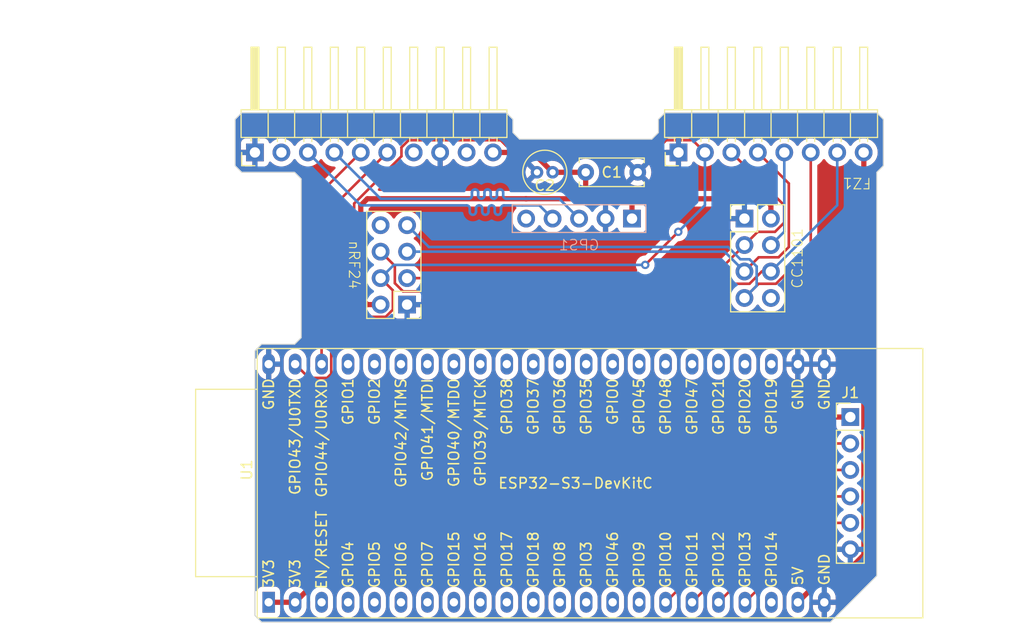
<source format=kicad_pcb>
(kicad_pcb (version 20221018) (generator pcbnew)
  (layers (0 "F.Cu" signal) (31 "B.Cu" signal) (36 "B.SilkS" user "B.Silkscreen") (37 "F.SilkS" user "F.Silkscreen") (38 "B.Mask" user) (39 "F.Mask" user) (44 "Edge.Cuts" user))
  (net 0 "")
  (net 1 "+3.3V")
  (net 2 "/ESP32/3.3v")
  (net 3 "GND")
  (net 4 "Net-(FZ1-PC1)")
  (net 5 "Net-(FZ1-PC0)")
  (net 6 "Net-(CC1101-CE)")
  (net 7 "Net-(CC1101-CS)")
  (net 36 "Net-(J1-Pin_2)")
  (net 37 "Net-(J1-Pin_3)")
  (net 38 "Net-(J1-Pin_4)")
  (net 39 "Net-(J1-Pin_5)")
  (net 43 "/ESP32/TX")
  (net 44 "/ESP32/RX")
  (net 45 "Net-(FZ1-PC3)")
  (net 46 "+5V")
  (net 51 "Net-(CC1101-SCK)")
  (net 52 "Net-(CC1101-MOSI)")
  (net 53 "Net-(CC1101-MISO)")
  (footprint "PCM_Espressif:ESP32-S3-DevKitC" (layer "F.Cu") (at 134.66792 106.68 90)
    (fp_text reference "U1" (at 12.7 -2.1 90) (layer "F.SilkS"))
    (fp_text value "ESP32-S3-DevKitC" (at 11.42632 29.46128) (layer "F.SilkS"))
    (fp_text user "GPIO45" (at 21.59 35.56 90 unlocked) (layer "F.SilkS") (effects (justify right)))
    (fp_text user "GPIO20" (at 21.59 45.72 90 unlocked) (layer "F.SilkS") (effects (justify right)))
    (fp_text user "GPIO37" (at 21.59 25.4 90 unlocked) (layer "F.SilkS") (effects (justify right)))
    (fp_text user "GPIO6" (at 1.27 12.7 90 unlocked) (layer "F.SilkS") (effects (justify left)))
    (fp_text user "GPIO9" (at 1.27 35.56 90 unlocked) (layer "F.SilkS") (effects (justify left)))
    (fp_text user "GPIO38" (at 21.59 22.86 90 unlocked) (layer "F.SilkS") (effects (justify right)))
    (fp_text user "GPIO18" (at 1.27 25.4 90 unlocked) (layer "F.SilkS") (effects (justify left)))
    (fp_text user "5V" (at 1.52032 50.79728 90 unlocked) (layer "F.SilkS") (effects (justify left)))
    (fp_text user "GND" (at 21.59 53.34 90 unlocked) (layer "F.SilkS") (effects (justify right)))
    (fp_text user "GPIO10" (at 1.27 38.1 90 unlocked) (layer "F.SilkS") (effects (justify left)))
    (fp_text user "GPIO1" (at 21.59 7.62 90 unlocked) (layer "F.SilkS") (effects (justify right)))
    (fp_text user "GPIO35" (at 21.59 30.48 90 unlocked) (layer "F.SilkS") (effects (justify right)))
    (fp_text user "GPIO19" (at 21.59 48.26 90 unlocked) (layer "F.SilkS") (effects (justify right)))
    (fp_text user "3V3" (at 1.27 2.54 90 unlocked) (layer "F.SilkS") (effects (justify left)))
    (fp_text user "GPIO17" (at 1.27 22.86 90 unlocked) (layer "F.SilkS") (effects (justify left)))
    (fp_text user "GPIO41/MTDI" (at 21.59 15.24 90 unlocked) (layer "F.SilkS") (effects (justify right)))
    (fp_text user "3V3" (at 1.27 0 90 unlocked) (layer "F.SilkS") (effects (justify left)))
    (fp_text user "GPIO36" (at 21.59 27.94 90 unlocked) (layer "F.SilkS") (effects (justify right)))
    (fp_text user "GPIO48" (at 21.59 38.1 90 unlocked) (layer "F.SilkS") (effects (justify right)))
    (fp_text user "GPIO43/U0TXD" (at 21.59 2.54 90 unlocked) (layer "F.SilkS") (effects (justify right)))
    (fp_text user "GPIO44/U0RXD" (at 21.59 5.08 90 unlocked) (layer "F.SilkS") (effects (justify right)))
    (fp_text user "GPIO13" (at 1.27 45.72 90 unlocked) (layer "F.SilkS") (effects (justify left)))
    (fp_text user "GPIO4" (at 1.27 7.62 90 unlocked) (layer "F.SilkS") (effects (justify left)))
    (fp_text user "GPIO3" (at 1.27 30.48 90 unlocked) (layer "F.SilkS") (effects (justify left)))
    (fp_text user "GPIO39/MTCK" (at 21.59 20.32 90 unlocked) (layer "F.SilkS") (effects (justify right)))
    (fp_text user "GPIO42/MTMS" (at 21.59 12.7 90 unlocked) (layer "F.SilkS") (effects (justify right)))
    (fp_text user "GPIO12" (at 1.27 43.18 90 unlocked) (layer "F.SilkS") (effects (justify left)))
    (fp_text user "GPIO11" (at 1.27 40.64 90 unlocked) (layer "F.SilkS") (effects (justify left)))
    (fp_text user "GPIO14" (at 1.27 48.26 90 unlocked) (layer "F.SilkS") (effects (justify left)))
    (fp_text user "GND" (at 21.59 50.8 90 unlocked) (layer "F.SilkS") (effects (justify right)))
    (fp_text user "GPIO46" (at 1.27 33.02 90 unlocked) (layer "F.SilkS") (effects (justify left)))
    (fp_text user "GPIO40/MTDO" (at 21.59 17.78 90 unlocked) (layer "F.SilkS") (effects (justify right)))
    (fp_text user "GPIO47" (at 21.59 40.64 90 unlocked) (layer "F.SilkS") (effects (justify right)))
    (fp_text user "GPIO5" (at 1.27 10.16 90 unlocked) (layer "F.SilkS") (effects (justify left)))
    (fp_text user "GPIO7" (at 1.27 15.24 90 unlocked) (layer "F.SilkS") (effects (justify left)))
    (fp_text user "GPIO16" (at 1.27 20.32 90 unlocked) (layer "F.SilkS") (effects (justify left)))
    (fp_text user "GPIO2" (at 21.59 10.16 90 unlocked) (layer "F.SilkS") (effects (justify right)))
    (fp_text user "GPIO0" (at 21.59 33.02 90 unlocked) (layer "F.SilkS") (effects (justify right)))
    (fp_text user "GND" (at 1.52032 53.33728 90 unlocked) (layer "F.SilkS") (effects (justify left)))
    (fp_text user "GPIO8" (at 1.27 27.94 90 unlocked) (layer "F.SilkS") (effects (justify left)))
    (fp_text user "GPIO21" (at 21.59 43.18 90 unlocked) (layer "F.SilkS") (effects (justify right)))
    (fp_text user "EN/RESET" (at 8.88632 5.07728 90 unlocked) (layer "F.SilkS") (effects (justify right)))
    (fp_text user "GND" (at 21.59 0 90 unlocked) (layer "F.SilkS") (effects (justify right)))
    (fp_text user "GPIO15" (at 1.27 17.78 90 unlocked) (layer "F.SilkS") (effects (justify left)))
    (fp_line (start -1.5 62.79728) (end 24.359999 62.79728) (stroke (width 0.12)) (layer "F.SilkS"))
    (fp_line (start -1.499999 -1.1) (end -1.5 62.79728) (stroke (width 0.12)) (layer "F.SilkS"))
    (fp_line (start 2.46012 -7.01312) (end 20.44332 -7.01312) (stroke (width 0.12)) (layer "F.SilkS"))
    (fp_line (start 2.46012 -1.12032) (end 2.46012 -7.01312) (stroke (width 0.12)) (layer "F.SilkS"))
    (fp_line (start 20.44332 -7.01312) (end 20.44332 -1.12032) (stroke (width 0.12)) (layer "F.SilkS"))
    (fp_line (start 24.359999 62.79728) (end 24.36 -1.1) (stroke (width 0.12)) (layer "F.SilkS"))
    (fp_line (start 24.36 -1.1) (end -1.499999 -1.1) (stroke (width 0.12)) (layer "F.SilkS"))
    (pad "1" thru_hole rect (at 0 0) (size 1.2 2) (drill 0.8) (layers "*.Cu" "*.Mask") (net 2 "/ESP32/3.3v"))
    (pad "2" thru_hole oval (at 0 2.54) (size 1.2 2) (drill 0.8) (layers "*.Cu" "*.Mask") (net 2 "/ESP32/3.3v"))
    (pad "3" thru_hole oval (at 0 5.08) (size 1.2 2) (drill 0.8) (layers "*.Cu" "*.Mask"))
    (pad "4" thru_hole oval (at 0 7.62) (size 1.2 2) (drill 0.8) (layers "*.Cu" "*.Mask"))
    (pad "5" thru_hole oval (at 0 10.16) (size 1.2 2) (drill 0.8) (layers "*.Cu" "*.Mask"))
    (pad "6" thru_hole oval (at 0 12.7) (size 1.2 2) (drill 0.8) (layers "*.Cu" "*.Mask"))
    (pad "7" thru_hole oval (at 0 15.24) (size 1.2 2) (drill 0.8) (layers "*.Cu" "*.Mask"))
    (pad "8" thru_hole oval (at 0 17.78) (size 1.2 2) (drill 0.8) (layers "*.Cu" "*.Mask"))
    (pad "9" thru_hole oval (at 0 20.32) (size 1.2 2) (drill 0.8) (layers "*.Cu" "*.Mask"))
    (pad "10" thru_hole oval (at 0 22.86) (size 1.2 2) (drill 0.8) (layers "*.Cu" "*.Mask"))
    (pad "11" thru_hole oval (at 0 25.4) (size 1.2 2) (drill 0.8) (layers "*.Cu" "*.Mask"))
    (pad "12" thru_hole oval (at 0 27.94) (size 1.2 2) (drill 0.8) (layers "*.Cu" "*.Mask"))
    (pad "13" thru_hole oval (at 0 30.48) (size 1.2 2) (drill 0.8) (layers "*.Cu" "*.Mask"))
    (pad "14" thru_hole oval (at 0 33.02) (size 1.2 2) (drill 0.8) (layers "*.Cu" "*.Mask"))
    (pad "15" thru_hole oval (at 0 35.56) (size 1.2 2) (drill 0.8) (layers "*.Cu" "*.Mask"))
    (pad "16" thru_hole oval (at 0 38.1) (size 1.2 2) (drill 0.8) (layers "*.Cu" "*.Mask") (net 36 "Net-(J1-Pin_2)"))
    (pad "17" thru_hole oval (at 0 40.64) (size 1.2 2) (drill 0.8) (layers "*.Cu" "*.Mask") (net 37 "Net-(J1-Pin_3)"))
    (pad "18" thru_hole oval (at 0 43.18) (size 1.2 2) (drill 0.8) (layers "*.Cu" "*.Mask") (net 38 "Net-(J1-Pin_4)"))
    (pad "19" thru_hole oval (at 0 45.72) (size 1.2 2) (drill 0.8) (layers "*.Cu" "*.Mask") (net 39 "Net-(J1-Pin_5)"))
    (pad "20" thru_hole oval (at -0.00368 48.25728) (size 1.2 2) (drill 0.8) (layers "*.Cu" "*.Mask"))
    (pad "21" thru_hole oval (at -0.00368 50.79728) (size 1.2 2) (drill 0.8) (layers "*.Cu" "*.Mask") (net 46 "+5V"))
    (pad "22" thru_hole oval (at -0.00368 53.33728) (size 1.2 2) (drill 0.8) (layers "*.Cu" "*.Mask") (net 3 "GND"))
    (pad "23" thru_hole oval (at 22.86 53.34) (size 1.2 2) (drill 0.8) (layers "*.Cu" "*.Mask") (net 3 "GND"))
    (pad "24" thru_hole oval (at 22.86 50.8) (size 1.2 2) (drill 0.8) (layers "*.Cu" "*.Mask") (net 3 "GND"))
    (pad "25" thru_hole oval (at 22.86 48.26) (size 1.2 2) (drill 0.8) (layers "*.Cu" "*.Mask"))
    (pad "26" thru_hole oval (at 22.86 45.72) (size 1.2 2) (drill 0.8) (layers "*.Cu" "*.Mask"))
    (pad "27" thru_hole oval (at 22.86 43.18) (size 1.2 2) (drill 0.8) (layers "*.Cu" "*.Mask"))
    (pad "28" thru_hole oval (at 22.86 40.64) (size 1.2 2) (drill 0.8) (layers "*.Cu" "*.Mask"))
    (pad "29" thru_hole oval (at 22.86 38.1) (size 1.2 2) (drill 0.8) (layers "*.Cu" "*.Mask"))
    (pad "30" thru_hole oval (at 22.86 35.56) (size 1.2 2) (drill 0.8) (layers "*.Cu" "*.Mask"))
    (pad "31" thru_hole oval (at 22.86 33.02) (size 1.2 2) (drill 0.8) (layers "*.Cu" "*.Mask"))
    (pad "32" thru_hole oval (at 22.86 30.48) (size 1.2 2) (drill 0.8) (layers "*.Cu" "*.Mask"))
    (pad "33" thru_hole oval (at 22.86 27.94) (size 1.2 2) (drill 0.8) (layers "*.Cu" "*.Mask"))
    (pad "34" thru_hole oval (at 22.86 25.4) (size 1.2 2) (drill 0.8) (layers "*.Cu" "*.Mask"))
    (pad "35" thru_hole oval (at 22.86 22.86) (size 1.2 2) (drill 0.8) (layers "*.Cu" "*.Mask"))
    (pad "36" thru_hole oval (at 22.86 20.32) (size 1.2 2) (drill 0.8) (layers "*.Cu" "*.Mask"))
    (pad "37" thru_hole oval (at 22.86 17.78) (size 1.2 2) (drill 0.8) (layers "*.Cu" "*.Mask"))
    (pad "38" thru_hole oval (at 22.86 15.24) (size 1.2 2) (drill 0.8) (layers "*.Cu" "*.Mask"))
    (pad "39" thru_hole oval (at 22.86 12.7) (size 1.2 2) (drill 0.8) (layers "*.Cu" "*.Mask"))
    (pad "40" thru_hole oval (at 22.86 10.16) (size 1.2 2) (drill 0.8) (layers "*.Cu" "*.Mask"))
    (pad "41" thru_hole oval (at 22.86 7.62) (size 1.2 2) (drill 0.8) (layers "*.Cu" "*.Mask"))
    (pad "42" thru_hole oval (at 22.86 5.08) (size 1.2 2) (drill 0.8) (layers "*.Cu" "*.Mask") (net 43 "/ESP32/TX"))
    (pad "43" thru_hole oval (at 22.86 2.54) (size 1.2 2) (drill 0.8) (layers "*.Cu" "*.Mask") (net 44 "/ESP32/RX"))
    (pad "44" thru_hole oval (at 22.86 0) (size 1.2 2) (drill 0.8) (layers "*.Cu" "*.Mask") (net 3 "GND"))
  )
  (footprint "Capacitor_THT:C_Disc_D6.0mm_W2.5mm_P5.00mm" (layer "F.Cu") (at 165.1 65.405)
    (fp_text reference "C1" (at 2.5 0) (layer "F.SilkS"))
    (fp_text value "0.1uF")
    (fp_line (start -0.62 -1.37) (end -0.62 -0.925) (stroke (width 0.12)) (layer "F.SilkS"))
    (fp_line (start -0.62 -1.37) (end 5.62 -1.37) (stroke (width 0.12)) (layer "F.SilkS"))
    (fp_line (start -0.62 0.925) (end -0.62 1.37) (stroke (width 0.12)) (layer "F.SilkS"))
    (fp_line (start -0.62 1.37) (end 5.62 1.37) (stroke (width 0.12)) (layer "F.SilkS"))
    (fp_line (start 5.62 -1.37) (end 5.62 -0.925) (stroke (width 0.12)) (layer "F.SilkS"))
    (fp_line (start 5.62 0.925) (end 5.62 1.37) (stroke (width 0.12)) (layer "F.SilkS"))
    (pad "1" thru_hole circle (at 0 0) (size 1.6 1.6) (drill 0.8) (layers "*.Cu" "*.Mask") (net 1 "+3.3V"))
    (pad "2" thru_hole circle (at 5 0) (size 1.6 1.6) (drill 0.8) (layers "*.Cu" "*.Mask") (net 3 "GND"))
  )
  (footprint "FlipperLibrary:FZ" (layer "F.Cu") (at 165.1 60.73 180)
    (fp_text reference "FZ1" (at -26.035 -5.715 180 unlocked) (layer "F.SilkS") (effects (font (thickness 0.1))))
    (fp_text value "~")
    (fp_line (start -28.015 -1.33) (end -28.015 1.33) (stroke (width 0.12)) (layer "F.SilkS"))
    (fp_line (start -28.015 1.33) (end -7.575 1.33) (stroke (width 0.12)) (layer "F.SilkS"))
    (fp_line (start -27.065 -1.727071) (end -27.065 -1.33) (stroke (width 0.12)) (layer "F.SilkS"))
    (fp_line (start -27.065 7.33) (end -27.065 1.33) (stroke (width 0.12)) (layer "F.SilkS"))
    (fp_line (start -26.305 -1.727071) (end -26.305 -1.33) (stroke (width 0.12)) (layer "F.SilkS"))
    (fp_line (start -26.305 1.33) (end -26.305 7.33) (stroke (width 0.12)) (layer "F.SilkS"))
    (fp_line (start -26.305 7.33) (end -27.065 7.33) (stroke (width 0.12)) (layer "F.SilkS"))
    (fp_line (start -25.415 -1.33) (end -25.415 1.33) (stroke (width 0.12)) (layer "F.SilkS"))
    (fp_line (start -24.525 -1.727071) (end -24.525 -1.33) (stroke (width 0.12)) (layer "F.SilkS"))
    (fp_line (start -24.525 7.33) (end -24.525 1.33) (stroke (width 0.12)) (layer "F.SilkS"))
    (fp_line (start -23.765 -1.727071) (end -23.765 -1.33) (stroke (width 0.12)) (layer "F.SilkS"))
    (fp_line (start -23.765 1.33) (end -23.765 7.33) (stroke (width 0.12)) (layer "F.SilkS"))
    (fp_line (start -23.765 7.33) (end -24.525 7.33) (stroke (width 0.12)) (layer "F.SilkS"))
    (fp_line (start -22.875 -1.33) (end -22.875 1.33) (stroke (width 0.12)) (layer "F.SilkS"))
    (fp_line (start -21.985 -1.727071) (end -21.985 -1.33) (stroke (width 0.12)) (layer "F.SilkS"))
    (fp_line (start -21.985 7.33) (end -21.985 1.33) (stroke (width 0.12)) (layer "F.SilkS"))
    (fp_line (start -21.225 -1.727071) (end -21.225 -1.33) (stroke (width 0.12)) (layer "F.SilkS"))
    (fp_line (start -21.225 1.33) (end -21.225 7.33) (stroke (width 0.12)) (layer "F.SilkS"))
    (fp_line (start -21.225 7.33) (end -21.985 7.33) (stroke (width 0.12)) (layer "F.SilkS"))
    (fp_line (start -20.335 -1.33) (end -20.335 1.33) (stroke (width 0.12)) (layer "F.SilkS"))
    (fp_line (start -19.445 -1.727071) (end -19.445 -1.33) (stroke (width 0.12)) (layer "F.SilkS"))
    (fp_line (start -19.445 7.33) (end -19.445 1.33) (stroke (width 0.12)) (layer "F.SilkS"))
    (fp_line (start -18.685 -1.727071) (end -18.685 -1.33) (stroke (width 0.12)) (layer "F.SilkS"))
    (fp_line (start -18.685 1.33) (end -18.685 7.33) (stroke (width 0.12)) (layer "F.SilkS"))
    (fp_line (start -18.685 7.33) (end -19.445 7.33) (stroke (width 0.12)) (layer "F.SilkS"))
    (fp_line (start -17.795 -1.33) (end -17.795 1.33) (stroke (width 0.12)) (layer "F.SilkS"))
    (fp_line (start -16.905 -1.727071) (end -16.905 -1.33) (stroke (width 0.12)) (layer "F.SilkS"))
    (fp_line (start -16.905 7.33) (end -16.905 1.33) (stroke (width 0.12)) (layer "F.SilkS"))
    (fp_line (start -16.145 -1.727071) (end -16.145 -1.33) (stroke (width 0.12)) (layer "F.SilkS"))
    (fp_line (start -16.145 1.33) (end -16.145 7.33) (stroke (width 0.12)) (layer "F.SilkS"))
    (fp_line (start -16.145 7.33) (end -16.905 7.33) (stroke (width 0.12)) (layer "F.SilkS"))
    (fp_line (start -15.255 -1.33) (end -15.255 1.33) (stroke (width 0.12)) (layer "F.SilkS"))
    (fp_line (start -14.365 -1.727071) (end -14.365 -1.33) (stroke (width 0.12)) (layer "F.SilkS"))
    (fp_line (start -14.365 7.33) (end -14.365 1.33) (stroke (width 0.12)) (layer "F.SilkS"))
    (fp_line (start -13.605 -1.727071) (end -13.605 -1.33) (stroke (width 0.12)) (layer "F.SilkS"))
    (fp_line (start -13.605 1.33) (end -13.605 7.33) (stroke (width 0.12)) (layer "F.SilkS"))
    (fp_line (start -13.605 7.33) (end -14.365 7.33) (stroke (width 0.12)) (layer "F.SilkS"))
    (fp_line (start -12.715 -1.33) (end -12.715 1.33) (stroke (width 0.12)) (layer "F.SilkS"))
    (fp_line (start -11.825 -1.727071) (end -11.825 -1.33) (stroke (width 0.12)) (layer "F.SilkS"))
    (fp_line (start -11.825 7.33) (end -11.825 1.33) (stroke (width 0.12)) (layer "F.SilkS"))
    (fp_line (start -11.065 -1.727071) (end -11.065 -1.33) (stroke (width 0.12)) (layer "F.SilkS"))
    (fp_line (start -11.065 1.33) (end -11.065 7.33) (stroke (width 0.12)) (layer "F.SilkS"))
    (fp_line (start -11.065 7.33) (end -11.825 7.33) (stroke (width 0.12)) (layer "F.SilkS"))
    (fp_line (start -10.175 -1.33) (end -10.175 1.33) (stroke (width 0.12)) (layer "F.SilkS"))
    (fp_line (start -9.285 -1.66) (end -9.285 -1.33) (stroke (width 0.12)) (layer "F.SilkS"))
    (fp_line (start -9.285 7.33) (end -9.285 1.33) (stroke (width 0.12)) (layer "F.SilkS"))
    (fp_line (start -9.185 1.33) (end -9.185 7.33) (stroke (width 0.12)) (layer "F.SilkS"))
    (fp_line (start -9.065 1.33) (end -9.065 7.33) (stroke (width 0.12)) (layer "F.SilkS"))
    (fp_line (start -8.945 1.33) (end -8.945 7.33) (stroke (width 0.12)) (layer "F.SilkS"))
    (fp_line (start -8.905 -4.04) (end -7.635 -4.04) (stroke (width 0.12)) (layer "F.SilkS"))
    (fp_line (start -8.825 1.33) (end -8.825 7.33) (stroke (width 0.12)) (layer "F.SilkS"))
    (fp_line (start -8.705 1.33) (end -8.705 7.33) (stroke (width 0.12)) (layer "F.SilkS"))
    (fp_line (start -8.585 1.33) (end -8.585 7.33) (stroke (width 0.12)) (layer "F.SilkS"))
    (fp_line (start -8.525 -1.66) (end -8.525 -1.33) (stroke (width 0.12)) (layer "F.SilkS"))
    (fp_line (start -8.525 1.33) (end -8.525 7.33) (stroke (width 0.12)) (layer "F.SilkS"))
    (fp_line (start -8.525 7.33) (end -9.285 7.33) (stroke (width 0.12)) (layer "F.SilkS"))
    (fp_line (start -7.635 -4.04) (end -7.635 -2.77) (stroke (width 0.12)) (layer "F.SilkS"))
    (fp_line (start -7.575 -1.33) (end -28.015 -1.33) (stroke (width 0.12)) (layer "F.SilkS"))
    (fp_line (start -7.575 1.33) (end -7.575 -1.33) (stroke (width 0.12)) (layer "F.SilkS"))
    (fp_line (start 7.56 -1.33) (end 7.56 1.33) (stroke (width 0.12)) (layer "F.SilkS"))
    (fp_line (start 7.56 1.33) (end 33.08 1.33) (stroke (width 0.12)) (layer "F.SilkS"))
    (fp_line (start 8.51 -1.727071) (end 8.51 -1.33) (stroke (width 0.12)) (layer "F.SilkS"))
    (fp_line (start 8.51 7.33) (end 8.51 1.33) (stroke (width 0.12)) (layer "F.SilkS"))
    (fp_line (start 9.27 -1.727071) (end 9.27 -1.33) (stroke (width 0.12)) (layer "F.SilkS"))
    (fp_line (start 9.27 1.33) (end 9.27 7.33) (stroke (width 0.12)) (layer "F.SilkS"))
    (fp_line (start 9.27 7.33) (end 8.51 7.33) (stroke (width 0.12)) (layer "F.SilkS"))
    (fp_line (start 10.16 -1.33) (end 10.16 1.33) (stroke (width 0.12)) (layer "F.SilkS"))
    (fp_line (start 11.05 -1.727071) (end 11.05 -1.33) (stroke (width 0.12)) (layer "F.SilkS"))
    (fp_line (start 11.05 7.33) (end 11.05 1.33) (stroke (width 0.12)) (layer "F.SilkS"))
    (fp_line (start 11.81 -1.727071) (end 11.81 -1.33) (stroke (width 0.12)) (layer "F.SilkS"))
    (fp_line (start 11.81 1.33) (end 11.81 7.33) (stroke (width 0.12)) (layer "F.SilkS"))
    (fp_line (start 11.81 7.33) (end 11.05 7.33) (stroke (width 0.12)) (layer "F.SilkS"))
    (fp_line (start 12.7 -1.33) (end 12.7 1.33) (stroke (width 0.12)) (layer "F.SilkS"))
    (fp_line (start 13.59 -1.727071) (end 13.59 -1.33) (stroke (width 0.12)) (layer "F.SilkS"))
    (fp_line (start 13.59 7.33) (end 13.59 1.33) (stroke (width 0.12)) (layer "F.SilkS"))
    (fp_line (start 14.35 -1.727071) (end 14.35 -1.33) (stroke (width 0.12)) (layer "F.SilkS"))
    (fp_line (start 14.35 1.33) (end 14.35 7.33) (stroke (width 0.12)) (layer "F.SilkS"))
    (fp_line (start 14.35 7.33) (end 13.59 7.33) (stroke (width 0.12)) (layer "F.SilkS"))
    (fp_line (start 15.24 -1.33) (end 15.24 1.33) (stroke (width 0.12)) (layer "F.SilkS"))
    (fp_line (start 16.13 -1.727071) (end 16.13 -1.33) (stroke (width 0.12)) (layer "F.SilkS"))
    (fp_line (start 16.13 7.33) (end 16.13 1.33) (stroke (width 0.12)) (layer "F.SilkS"))
    (fp_line (start 16.89 -1.727071) (end 16.89 -1.33) (stroke (width 0.12)) (layer "F.SilkS"))
    (fp_line (start 16.89 1.33) (end 16.89 7.33) (stroke (width 0.12)) (layer "F.SilkS"))
    (fp_line (start 16.89 7.33) (end 16.13 7.33) (stroke (width 0.12)) (layer "F.SilkS"))
    (fp_line (start 17.78 -1.33) (end 17.78 1.33) (stroke (width 0.12)) (layer "F.SilkS"))
    (fp_line (start 18.67 -1.727071) (end 18.67 -1.33) (stroke (width 0.12)) (layer "F.SilkS"))
    (fp_line (start 18.67 7.33) (end 18.67 1.33) (stroke (width 0.12)) (layer "F.SilkS"))
    (fp_line (start 19.43 -1.727071) (end 19.43 -1.33) (stroke (width 0.12)) (layer "F.SilkS"))
    (fp_line (start 19.43 1.33) (end 19.43 7.33) (stroke (width 0.12)) (layer "F.SilkS"))
    (fp_line (start 19.43 7.33) (end 18.67 7.33) (stroke (width 0.12)) (layer "F.SilkS"))
    (fp_line (start 20.32 -1.33) (end 20.32 1.33) (stroke (width 0.12)) (layer "F.SilkS"))
    (fp_line (start 21.21 -1.727071) (end 21.21 -1.33) (stroke (width 0.12)) (layer "F.SilkS"))
    (fp_line (start 21.21 7.33) (end 21.21 1.33) (stroke (width 0.12)) (layer "F.SilkS"))
    (fp_line (start 21.97 -1.727071) (end 21.97 -1.33) (stroke (width 0.12)) (layer "F.SilkS"))
    (fp_line (start 21.97 1.33) (end 21.97 7.33) (stroke (width 0.12)) (layer "F.SilkS"))
    (fp_line (start 21.97 7.33) (end 21.21 7.33) (stroke (width 0.12)) (layer "F.SilkS"))
    (fp_line (start 22.86 -1.33) (end 22.86 1.33) (stroke (width 0.12)) (layer "F.SilkS"))
    (fp_line (start 23.75 -1.727071) (end 23.75 -1.33) (stroke (width 0.12)) (layer "F.SilkS"))
    (fp_line (start 23.75 7.33) (end 23.75 1.33) (stroke (width 0.12)) (layer "F.SilkS"))
    (fp_line (start 24.51 -1.727071) (end 24.51 -1.33) (stroke (width 0.12)) (layer "F.SilkS"))
    (fp_line (start 24.51 1.33) (end 24.51 7.33) (stroke (width 0.12)) (layer "F.SilkS"))
    (fp_line (start 24.51 7.33) (end 23.75 7.33) (stroke (width 0.12)) (layer "F.SilkS"))
    (fp_line (start 25.4 -1.33) (end 25.4 1.33) (stroke (width 0.12)) (layer "F.SilkS"))
    (fp_line (start 26.29 -1.727071) (end 26.29 -1.33) (stroke (width 0.12)) (layer "F.SilkS"))
    (fp_line (start 26.29 7.33) (end 26.29 1.33) (stroke (width 0.12)) (layer "F.SilkS"))
    (fp_line (start 27.05 -1.727071) (end 27.05 -1.33) (stroke (width 0.12)) (layer "F.SilkS"))
    (fp_line (start 27.05 1.33) (end 27.05 7.33) (stroke (width 0.12)) (layer "F.SilkS"))
    (fp_line (start 27.05 7.33) (end 26.29 7.33) (stroke (width 0.12)) (layer "F.SilkS"))
    (fp_line (start 27.94 -1.33) (end 27.94 1.33) (stroke (width 0.12)) (layer "F.SilkS"))
    (fp_line (start 28.83 -1.727071) (end 28.83 -1.33) (stroke (width 0.12)) (layer "F.SilkS"))
    (fp_line (start 28.83 7.33) (end 28.83 1.33) (stroke (width 0.12)) (layer "F.SilkS"))
    (fp_line (start 29.59 -1.727071) (end 29.59 -1.33) (stroke (width 0.12)) (layer "F.SilkS"))
    (fp_line (start 29.59 1.33) (end 29.59 7.33) (stroke (width 0.12)) (layer "F.SilkS"))
    (fp_line (start 29.59 7.33) (end 28.83 7.33) (stroke (width 0.12)) (layer "F.SilkS"))
    (fp_line (start 30.48 -1.33) (end 30.48 1.33) (stroke (width 0.12)) (layer "F.SilkS"))
    (fp_line (start 31.37 -1.66) (end 31.37 -1.33) (stroke (width 0.12)) (layer "F.SilkS"))
    (fp_line (start 31.37 7.33) (end 31.37 1.33) (stroke (width 0.12)) (layer "F.SilkS"))
    (fp_line (start 31.47 1.33) (end 31.47 7.33) (stroke (width 0.12)) (layer "F.SilkS"))
    (fp_line (start 31.59 1.33) (end 31.59 7.33) (stroke (width 0.12)) (layer "F.SilkS"))
    (fp_line (start 31.71 1.33) (end 31.71 7.33) (stroke (width 0.12)) (layer "F.SilkS"))
    (fp_line (start 31.75 -4.04) (end 33.02 -4.04) (stroke (width 0.12)) (layer "F.SilkS"))
    (fp_line (start 31.83 1.33) (end 31.83 7.33) (stroke (width 0.12)) (layer "F.SilkS"))
    (fp_line (start 31.95 1.33) (end 31.95 7.33) (stroke (width 0.12)) (layer "F.SilkS"))
    (fp_line (start 32.07 1.33) (end 32.07 7.33) (stroke (width 0.12)) (layer "F.SilkS"))
    (fp_line (start 32.13 -1.66) (end 32.13 -1.33) (stroke (width 0.12)) (layer "F.SilkS"))
    (fp_line (start 32.13 1.33) (end 32.13 7.33) (stroke (width 0.12)) (layer "F.SilkS"))
    (fp_line (start 32.13 7.33) (end 31.37 7.33) (stroke (width 0.12)) (layer "F.SilkS"))
    (fp_line (start 33.02 -4.04) (end 33.02 -2.77) (stroke (width 0.12)) (layer "F.SilkS"))
    (fp_line (start 33.08 -1.33) (end 7.56 -1.33) (stroke (width 0.12)) (layer "F.SilkS"))
    (fp_line (start 33.08 1.33) (end 33.08 -1.33) (stroke (width 0.12)) (layer "F.SilkS"))
    (pad "1" thru_hole oval (at -26.685 -2.77 90) (size 1.7 1.7) (drill 1) (layers "*.Cu" "*.Mask") (net 46 "+5V"))
    (pad "2" thru_hole oval (at -24.145 -2.77 90) (size 1.7 1.7) (drill 1) (layers "*.Cu" "*.Mask") (net 52 "Net-(CC1101-MOSI)"))
    (pad "3" thru_hole oval (at -21.605 -2.77 90) (size 1.7 1.7) (drill 1) (layers "*.Cu" "*.Mask") (net 53 "Net-(CC1101-MISO)"))
    (pad "4" thru_hole oval (at -19.065 -2.77 90) (size 1.7 1.7) (drill 1) (layers "*.Cu" "*.Mask") (net 7 "Net-(CC1101-CS)"))
    (pad "5" thru_hole oval (at -16.525 -2.77 90) (size 1.7 1.7) (drill 1) (layers "*.Cu" "*.Mask") (net 51 "Net-(CC1101-SCK)"))
    (pad "6" thru_hole oval (at -13.985 -2.77 90) (size 1.7 1.7) (drill 1) (layers "*.Cu" "*.Mask") (net 6 "Net-(CC1101-CE)"))
    (pad "7" thru_hole oval (at -11.445 -2.77 90) (size 1.7 1.7) (drill 1) (layers "*.Cu" "*.Mask") (net 45 "Net-(FZ1-PC3)"))
    (pad "8" thru_hole rect (at -8.905 -2.77 90) (size 1.7 1.7) (drill 1) (layers "*.Cu" "*.Mask") (net 3 "GND"))
    (pad "9" thru_hole oval (at 8.89 -2.77 90) (size 1.7 1.7) (drill 1) (layers "*.Cu" "*.Mask") (net 1 "+3.3V"))
    (pad "10" thru_hole oval (at 11.43 -2.77 90) (size 1.7 1.7) (drill 1) (layers "*.Cu" "*.Mask"))
    (pad "11" thru_hole oval (at 13.97 -2.77 90) (size 1.7 1.7) (drill 1) (layers "*.Cu" "*.Mask") (net 3 "GND"))
    (pad "12" thru_hole oval (at 16.51 -2.77 90) (size 1.7 1.7) (drill 1) (layers "*.Cu" "*.Mask"))
    (pad "13" thru_hole oval (at 19.05 -2.77 90) (size 1.7 1.7) (drill 1) (layers "*.Cu" "*.Mask") (net 44 "/ESP32/RX"))
    (pad "14" thru_hole oval (at 21.59 -2.77 90) (size 1.7 1.7) (drill 1) (layers "*.Cu" "*.Mask") (net 43 "/ESP32/TX"))
    (pad "15" thru_hole oval (at 24.13 -2.77 90) (size 1.7 1.7) (drill 1) (layers "*.Cu" "*.Mask") (net 4 "Net-(FZ1-PC1)"))
    (pad "16" thru_hole oval (at 26.67 -2.77 90) (size 1.7 1.7) (drill 1) (layers "*.Cu" "*.Mask") (net 5 "Net-(FZ1-PC0)"))
    (pad "17" thru_hole oval (at 29.21 -2.77 90) (size 1.7 1.7) (drill 1) (layers "*.Cu" "*.Mask"))
    (pad "18" thru_hole rect (at 31.75 -2.77 90) (size 1.7 1.7) (drill 1) (layers "*.Cu" "*.Mask") (net 3 "GND"))
  )
  (footprint "FlipperLibrary:C1101" (layer "F.Cu") (at 181.61 73.66 180)
    (fp_text reference "CC1101" (at -3.81 0 90 unlocked) (layer "F.SilkS") (effects (font (thickness 0.1))))
    (fp_text value "~")
    (fp_line (start -2.6 -5.14) (end 2.6 -5.14) (stroke (width 0.12)) (layer "F.SilkS"))
    (fp_line (start -2.6 5.14) (end -2.6 -5.14) (stroke (width 0.12)) (layer "F.SilkS"))
    (fp_line (start -2.6 5.14) (end 0 5.14) (stroke (width 0.12)) (layer "F.SilkS"))
    (fp_line (start 0 2.54) (end 2.6 2.54) (stroke (width 0.12)) (layer "F.SilkS"))
    (fp_line (start 0 5.14) (end 0 2.54) (stroke (width 0.12)) (layer "F.SilkS"))
    (fp_line (start 1.27 5.14) (end 2.6 5.14) (stroke (width 0.12)) (layer "F.SilkS"))
    (fp_line (start 2.6 2.54) (end 2.6 -5.14) (stroke (width 0.12)) (layer "F.SilkS"))
    (fp_line (start 2.6 5.14) (end 2.6 3.81) (stroke (width 0.12)) (layer "F.SilkS"))
    (pad "1" thru_hole rect (at 1.27 3.81 180) (size 1.7 1.7) (drill 1) (layers "*.Cu" "*.Mask") (net 3 "GND"))
    (pad "2" thru_hole oval (at -1.27 3.81 180) (size 1.7 1.7) (drill 1) (layers "*.Cu" "*.Mask") (net 1 "+3.3V"))
    (pad "3" thru_hole oval (at 1.27 1.27 180) (size 1.7 1.7) (drill 1) (layers "*.Cu" "*.Mask") (net 6 "Net-(CC1101-CE)"))
    (pad "4" thru_hole oval (at -1.27 1.27 180) (size 1.7 1.7) (drill 1) (layers "*.Cu" "*.Mask") (net 7 "Net-(CC1101-CS)"))
    (pad "5" thru_hole oval (at 1.27 -1.27 180) (size 1.7 1.7) (drill 1) (layers "*.Cu" "*.Mask") (net 51 "Net-(CC1101-SCK)"))
    (pad "6" thru_hole oval (at -1.27 -1.27 180) (size 1.7 1.7) (drill 1) (layers "*.Cu" "*.Mask") (net 52 "Net-(CC1101-MOSI)"))
    (pad "7" thru_hole oval (at 1.27 -3.81 180) (size 1.7 1.7) (drill 1) (layers "*.Cu" "*.Mask") (net 53 "Net-(CC1101-MISO)"))
    (pad "8" thru_hole oval (at -1.27 -3.81 180) (size 1.7 1.7) (drill 1) (layers "*.Cu" "*.Mask"))
  )
  (footprint "Connector_PinHeader_2.54mm:PinHeader_1x06_P2.54mm_Vertical" (layer "F.Cu") (at 190.5 88.9)
    (fp_text reference "J1" (at 0 -2.33) (layer "F.SilkS"))
    (fp_text value "Conn_01x06_Pin")
    (fp_line (start -1.33 -1.33) (end 0 -1.33) (stroke (width 0.12)) (layer "F.SilkS"))
    (fp_line (start -1.33 0) (end -1.33 -1.33) (stroke (width 0.12)) (layer "F.SilkS"))
    (fp_line (start -1.33 1.27) (end -1.33 14.03) (stroke (width 0.12)) (layer "F.SilkS"))
    (fp_line (start -1.33 1.27) (end 1.33 1.27) (stroke (width 0.12)) (layer "F.SilkS"))
    (fp_line (start -1.33 14.03) (end 1.33 14.03) (stroke (width 0.12)) (layer "F.SilkS"))
    (fp_line (start 1.33 1.27) (end 1.33 14.03) (stroke (width 0.12)) (layer "F.SilkS"))
    (pad "1" thru_hole rect (at 0 0) (size 1.7 1.7) (drill 1) (layers "*.Cu" "*.Mask") (net 2 "/ESP32/3.3v"))
    (pad "2" thru_hole oval (at 0 2.54) (size 1.7 1.7) (drill 1) (layers "*.Cu" "*.Mask") (net 36 "Net-(J1-Pin_2)"))
    (pad "3" thru_hole oval (at 0 5.08) (size 1.7 1.7) (drill 1) (layers "*.Cu" "*.Mask") (net 37 "Net-(J1-Pin_3)"))
    (pad "4" thru_hole oval (at 0 7.62) (size 1.7 1.7) (drill 1) (layers "*.Cu" "*.Mask") (net 38 "Net-(J1-Pin_4)"))
    (pad "5" thru_hole oval (at 0 10.16) (size 1.7 1.7) (drill 1) (layers "*.Cu" "*.Mask") (net 39 "Net-(J1-Pin_5)"))
    (pad "6" thru_hole oval (at 0 12.7) (size 1.7 1.7) (drill 1) (layers "*.Cu" "*.Mask") (net 3 "GND"))
  )
  (footprint "Capacitor_THT:C_Radial_D4.0mm_H7.0mm_P1.50mm" (layer "F.Cu") (at 161.925 65.405 180)
    (fp_text reference "C2" (at 0.75 -1.27) (layer "F.SilkS"))
    (fp_text value "10uF")
    (fp_circle (center 0.75 0) (end 2.87 0) (stroke (width 0.12)) (fill none) (layer "F.SilkS"))
    (pad "1" thru_hole circle (at 0 0 180) (size 1.2 1.2) (drill 0.6) (layers "*.Cu" "*.Mask") (net 1 "+3.3V"))
    (pad "2" thru_hole circle (at 1.5 0 180) (size 1.2 1.2) (drill 0.6) (layers "*.Cu" "*.Mask") (net 3 "GND"))
  )
  (footprint "FlipperLibrary:nRF24" (layer "F.Cu") (at 146.685 74.295)
    (fp_text reference "nRF24" (at -3.81 0 -90 unlocked) (layer "F.SilkS") (effects (font (thickness 0.1))))
    (fp_text value "~")
    (fp_line (start -2.6 -5.14) (end 2.6 -5.14) (stroke (width 0.12)) (layer "F.SilkS"))
    (fp_line (start -2.6 5.14) (end -2.6 -5.14) (stroke (width 0.12)) (layer "F.SilkS"))
    (fp_line (start -2.6 5.14) (end 0 5.14) (stroke (width 0.12)) (layer "F.SilkS"))
    (fp_line (start 0 2.54) (end 2.6 2.54) (stroke (width 0.12)) (layer "F.SilkS"))
    (fp_line (start 0 5.14) (end 0 2.54) (stroke (width 0.12)) (layer "F.SilkS"))
    (fp_line (start 1.27 5.14) (end 2.6 5.14) (stroke (width 0.12)) (layer "F.SilkS"))
    (fp_line (start 2.6 2.54) (end 2.6 -5.14) (stroke (width 0.12)) (layer "F.SilkS"))
    (fp_line (start 2.6 5.14) (end 2.6 3.81) (stroke (width 0.12)) (layer "F.SilkS"))
    (pad "1" thru_hole rect (at 1.27 3.81) (size 1.7 1.7) (drill 1) (layers "*.Cu" "*.Mask") (net 3 "GND"))
    (pad "2" thru_hole oval (at -1.27 3.81) (size 1.7 1.7) (drill 1) (layers "*.Cu" "*.Mask") (net 1 "+3.3V"))
    (pad "3" thru_hole oval (at 1.27 1.27) (size 1.7 1.7) (drill 1) (layers "*.Cu" "*.Mask") (net 6 "Net-(CC1101-CE)"))
    (pad "4" thru_hole oval (at -1.27 1.27) (size 1.7 1.7) (drill 1) (layers "*.Cu" "*.Mask") (net 45 "Net-(FZ1-PC3)"))
    (pad "5" thru_hole oval (at 1.27 -1.27) (size 1.7 1.7) (drill 1) (layers "*.Cu" "*.Mask") (net 51 "Net-(CC1101-SCK)"))
    (pad "6" thru_hole oval (at -1.27 -1.27) (size 1.7 1.7) (drill 1) (layers "*.Cu" "*.Mask") (net 52 "Net-(CC1101-MOSI)"))
    (pad "7" thru_hole oval (at 1.27 -3.81) (size 1.7 1.7) (drill 1) (layers "*.Cu" "*.Mask") (net 53 "Net-(CC1101-MISO)"))
    (pad "8" thru_hole oval (at -1.27 -3.81) (size 1.7 1.7) (drill 1) (layers "*.Cu" "*.Mask"))
  )
  (footprint "FlipperLibrary:GPS" (layer "B.Cu") (at 164.465 69.85 90)
    (fp_text reference "GPS1" (at -2.54 0 unlocked) (layer "B.SilkS") (effects (font (thickness 0.1)) (justify mirror)))
    (fp_text value "~")
    (fp_line (start -1.33 -6.41) (end 1.33 -6.41) (stroke (width 0.12)) (layer "B.SilkS"))
    (fp_line (start -1.33 6.41) (end -1.33 -6.41) (stroke (width 0.12)) (layer "B.SilkS"))
    (fp_line (start -1.33 6.41) (end 1.33 6.41) (stroke (width 0.12)) (layer "B.SilkS"))
    (fp_line (start 1.33 6.41) (end 1.33 -6.41) (stroke (width 0.12)) (layer "B.SilkS"))
    (pad "1" thru_hole rect (at 0 5.08 90) (size 1.7 1.7) (drill 1) (layers "*.Cu" "*.Mask") (net 1 "+3.3V"))
    (pad "2" thru_hole oval (at 0 2.54 90) (size 1.7 1.7) (drill 1) (layers "*.Cu" "*.Mask") (net 3 "GND"))
    (pad "3" thru_hole oval (at 0 0 90) (size 1.7 1.7) (drill 1) (layers "*.Cu" "*.Mask") (net 4 "Net-(FZ1-PC1)"))
    (pad "4" thru_hole oval (at 0 -2.54 90) (size 1.7 1.7) (drill 1) (layers "*.Cu" "*.Mask") (net 5 "Net-(FZ1-PC0)"))
    (pad "5" thru_hole oval (at 0 -5.08 90) (size 1.7 1.7) (drill 1) (layers "*.Cu" "*.Mask"))
  )
  (gr_poly (pts (xy 131.445 60.325) (xy 132.08 59.69) (xy 157.48 59.69) (xy 158.115 60.325) (xy 158.115 61.595) (xy 158.75 62.23) (xy 171.45 62.23) (xy 172.085 61.595) (xy 172.085 60.325) (xy 172.72 59.69) (xy 193.04 59.69) (xy 193.675 60.325) (xy 193.675 64.77) (xy 193.04 65.405) (xy 193.04 104.14) (xy 188.595 108.585) (xy 133.985 108.585) (xy 133.35 107.95) (xy 133.35 82.55) (xy 133.985 81.915) (xy 137.16 81.915) (xy 137.795 81.28) (xy 137.795 66.04) (xy 137.16 65.405) (xy 132.08 65.405) (xy 131.445 64.77)) (stroke (width 0.1)) (fill none) (layer "Edge.Cuts"))
  (segment (start 144.145 78.105) (end 145.415 78.105) (width 0.5) (layer "F.Cu") (net 1))
  (segment (start 143.51 77.47) (end 144.145 78.105) (width 0.5) (layer "F.Cu") (net 1))
  (segment (start 159.365 67.945) (end 165.1 67.945) (width 0.5) (layer "F.Cu") (net 1))
  (segment (start 161.925 65.405) (end 165.1 65.405) (width 0.5) (layer "F.Cu") (net 1))
  (segment (start 159.385 67.965) (end 159.365 67.945) (width 0.5) (layer "F.Cu") (net 1))
  (segment (start 169.545 69.85) (end 169.545 67.945) (width 0.5) (layer "F.Cu") (net 1))
  (segment (start 165.1 67.945) (end 169.545 67.945) (width 0.5) (layer "F.Cu") (net 1))
  (segment (start 182.88 68.58) (end 182.88 69.85) (width 0.5) (layer "F.Cu") (net 1))
  (segment (start 182.245 67.945) (end 182.88 68.58) (width 0.5) (layer "F.Cu") (net 1))
  (segment (start 143.51 68.58) (end 143.51 77.47) (width 0.5) (layer "F.Cu") (net 1))
  (segment (start 165.1 67.945) (end 165.1 65.425) (width 0.5) (layer "F.Cu") (net 1))
  (segment (start 159.365 67.945) (end 144.145 67.945) (width 0.5) (layer "F.Cu") (net 1))
  (segment (start 160.02 63.5) (end 161.925 65.405) (width 0.5) (layer "F.Cu") (net 1))
  (segment (start 169.545 67.945) (end 182.245 67.945) (width 0.5) (layer "F.Cu") (net 1))
  (segment (start 144.145 67.945) (end 143.51 68.58) (width 0.5) (layer "F.Cu") (net 1))
  (segment (start 156.21 63.5) (end 160.02 63.5) (width 0.5) (layer "F.Cu") (net 1))
  (segment (start 154.98792 88.9) (end 137.20792 106.68) (width 0.5) (layer "F.Cu") (net 2))
  (segment (start 190.5 88.9) (end 154.98792 88.9) (width 0.5) (layer "F.Cu") (net 2))
  (segment (start 137.20792 106.68) (end 134.66792 106.68) (width 0.5) (layer "F.Cu") (net 2))
  (segment (start 154.18 67.34168) (end 154.18 67.645) (width 0.25) (layer "B.Cu") (net 4))
  (segment (start 155.38 67.34168) (end 155.38 67.645) (width 0.25) (layer "B.Cu") (net 4))
  (segment (start 153.88 67.945) (end 150.83 67.945) (width 0.25) (layer "B.Cu") (net 4))
  (segment (start 154.78 67.645) (end 154.78 67.34168) (width 0.25) (layer "B.Cu") (net 4))
  (segment (start 145.415 67.945) (end 140.97 63.5) (width 0.25) (layer "B.Cu") (net 4))
  (segment (start 155.98 67.645) (end 155.98 67.34168) (width 0.25) (layer "B.Cu") (net 4))
  (segment (start 157.18 67.645) (end 157.18 67.34168) (width 0.25) (layer "B.Cu") (net 4))
  (segment (start 162.56 67.945) (end 157.48 67.945) (width 0.25) (layer "B.Cu") (net 4))
  (segment (start 156.58 67.34168) (end 156.58 67.645) (width 0.25) (layer "B.Cu") (net 4))
  (segment (start 164.465 69.85) (end 162.56 67.945) (width 0.25) (layer "B.Cu") (net 4))
  (segment (start 150.83 67.945) (end 145.415 67.945) (width 0.25) (layer "B.Cu") (net 4))
  (arc (start 156.58 67.645) (mid 156.492132 67.857132) (end 156.28 67.945) (width 0.25) (layer "B.Cu") (net 4))
  (arc (start 156.28 67.945) (mid 156.067868 67.857132) (end 155.98 67.645) (width 0.25) (layer "B.Cu") (net 4))
  (arc (start 154.78 67.34168) (mid 154.692132 67.129548) (end 154.48 67.04168) (width 0.25) (layer "B.Cu") (net 4))
  (arc (start 155.08 67.945) (mid 154.867868 67.857132) (end 154.78 67.645) (width 0.25) (layer "B.Cu") (net 4))
  (arc (start 157.48 67.945) (mid 157.267868 67.857132) (end 157.18 67.645) (width 0.25) (layer "B.Cu") (net 4))
  (arc (start 157.18 67.34168) (mid 157.092132 67.129548) (end 156.88 67.04168) (width 0.25) (layer "B.Cu") (net 4))
  (arc (start 155.98 67.34168) (mid 155.892132 67.129548) (end 155.68 67.04168) (width 0.25) (layer "B.Cu") (net 4))
  (arc (start 154.48 67.04168) (mid 154.267868 67.129548) (end 154.18 67.34168) (width 0.25) (layer "B.Cu") (net 4))
  (arc (start 155.38 67.645) (mid 155.292132 67.857132) (end 155.08 67.945) (width 0.25) (layer "B.Cu") (net 4))
  (arc (start 155.68 67.04168) (mid 155.467868 67.129548) (end 155.38 67.34168) (width 0.25) (layer "B.Cu") (net 4))
  (arc (start 156.88 67.04168) (mid 156.667868 67.129548) (end 156.58 67.34168) (width 0.25) (layer "B.Cu") (net 4))
  (arc (start 154.18 67.645) (mid 154.092132 67.857132) (end 153.88 67.945) (width 0.25) (layer "B.Cu") (net 4))
  (segment (start 155.77 69.18332) (end 155.77 68.88) (width 0.25) (layer "B.Cu") (net 5))
  (segment (start 154.57 69.18332) (end 154.57 68.88) (width 0.25) (layer "B.Cu") (net 5))
  (segment (start 157.27 68.58) (end 159.013677 68.58) (width 0.25) (layer "B.Cu") (net 5))
  (segment (start 160.655 68.58) (end 161.925 69.85) (width 0.25) (layer "B.Cu") (net 5))
  (segment (start 153.97 68.88) (end 153.97 69.18332) (width 0.25) (layer "B.Cu") (net 5))
  (segment (start 156.97 69.18332) (end 156.97 68.88) (width 0.25) (layer "B.Cu") (net 5))
  (segment (start 156.37 68.88) (end 156.37 69.18332) (width 0.25) (layer "B.Cu") (net 5))
  (segment (start 159.013677 68.58) (end 160.655 68.58) (width 0.25) (layer "B.Cu") (net 5))
  (segment (start 143.51 68.58) (end 153.67 68.58) (width 0.25) (layer "B.Cu") (net 5))
  (segment (start 155.17 68.88) (end 155.17 69.18332) (width 0.25) (layer "B.Cu") (net 5))
  (segment (start 138.43 63.5) (end 143.51 68.58) (width 0.25) (layer "B.Cu") (net 5))
  (arc (start 156.97 68.88) (mid 157.057868 68.667868) (end 157.27 68.58) (width 0.25) (layer "B.Cu") (net 5))
  (arc (start 155.17 69.18332) (mid 155.257868 69.395452) (end 155.47 69.48332) (width 0.25) (layer "B.Cu") (net 5))
  (arc (start 155.77 68.88) (mid 155.857868 68.667868) (end 156.07 68.58) (width 0.25) (layer "B.Cu") (net 5))
  (arc (start 153.67 68.58) (mid 153.882132 68.667868) (end 153.97 68.88) (width 0.25) (layer "B.Cu") (net 5))
  (arc (start 153.97 69.18332) (mid 154.057868 69.395452) (end 154.27 69.48332) (width 0.25) (layer "B.Cu") (net 5))
  (arc (start 156.67 69.48332) (mid 156.882132 69.395452) (end 156.97 69.18332) (width 0.25) (layer "B.Cu") (net 5))
  (arc (start 156.37 69.18332) (mid 156.457868 69.395452) (end 156.67 69.48332) (width 0.25) (layer "B.Cu") (net 5))
  (arc (start 154.87 68.58) (mid 155.082132 68.667868) (end 155.17 68.88) (width 0.25) (layer "B.Cu") (net 5))
  (arc (start 156.07 68.58) (mid 156.282132 68.667868) (end 156.37 68.88) (width 0.25) (layer "B.Cu") (net 5))
  (arc (start 154.27 69.48332) (mid 154.482132 69.395452) (end 154.57 69.18332) (width 0.25) (layer "B.Cu") (net 5))
  (arc (start 155.47 69.48332) (mid 155.682132 69.395452) (end 155.77 69.18332) (width 0.25) (layer "B.Cu") (net 5))
  (arc (start 154.57 68.88) (mid 154.657868 68.667868) (end 154.87 68.58) (width 0.25) (layer "B.Cu") (net 5))
  (segment (start 177.165 75.565) (end 180.34 72.39) (width 0.25) (layer "F.Cu") (net 6))
  (segment (start 184.15 68.565) (end 179.085 63.5) (width 0.25) (layer "F.Cu") (net 6))
  (segment (start 183.271701 71.12) (end 184.15 70.241701) (width 0.25) (layer "F.Cu") (net 6))
  (segment (start 181.61 71.12) (end 183.271701 71.12) (width 0.25) (layer "F.Cu") (net 6))
  (segment (start 147.955 75.565) (end 177.165 75.565) (width 0.25) (layer "F.Cu") (net 6))
  (segment (start 180.34 72.39) (end 181.61 71.12) (width 0.25) (layer "F.Cu") (net 6))
  (segment (start 184.15 70.241701) (end 184.15 68.565) (width 0.25) (layer "F.Cu") (net 6))
  (segment (start 182.88 72.39) (end 184.165 71.105) (width 0.25) (layer "B.Cu") (net 7))
  (segment (start 184.165 71.105) (end 184.165 63.5) (width 0.25) (layer "B.Cu") (net 7))
  (segment (start 190.5 91.44) (end 188.00792 91.44) (width 0.25) (layer "F.Cu") (net 36))
  (segment (start 188.00792 91.44) (end 172.76792 106.68) (width 0.25) (layer "F.Cu") (net 36))
  (segment (start 188.00792 93.98) (end 175.30792 106.68) (width 0.25) (layer "F.Cu") (net 37))
  (segment (start 190.5 93.98) (end 188.00792 93.98) (width 0.25) (layer "F.Cu") (net 37))
  (segment (start 188.00792 96.52) (end 177.84792 106.68) (width 0.25) (layer "F.Cu") (net 38))
  (segment (start 190.5 96.52) (end 188.00792 96.52) (width 0.25) (layer "F.Cu") (net 38))
  (segment (start 188.00792 99.06) (end 180.38792 106.68) (width 0.25) (layer "F.Cu") (net 39))
  (segment (start 190.5 99.06) (end 188.00792 99.06) (width 0.25) (layer "F.Cu") (net 39))
  (segment (start 139.09871 72.335) (end 139.44792 72.335) (width 0.25) (layer "F.Cu") (net 43))
  (segment (start 139.940571 72.935) (end 139.74792 72.935) (width 0.25) (layer "F.Cu") (net 43))
  (segment (start 140.133246 74.542337) (end 140.133246 74.327663) (width 0.25) (layer "F.Cu") (net 43))
  (segment (start 139.74792 74.735) (end 139.940583 74.735) (width 0.25) (layer "F.Cu") (net 43))
  (segment (start 139.940583 75.335) (end 139.74792 75.335) (width 0.25) (layer "F.Cu") (net 43))
  (segment (start 139.74792 72.035) (end 139.74792 70.55744) (width 0.25) (layer "F.Cu") (net 43))
  (segment (start 139.74792 73.535) (end 139.940571 73.535) (width 0.25) (layer "F.Cu") (net 43))
  (segment (start 139.74792 83.82) (end 139.74792 76.835) (width 0.25) (layer "F.Cu") (net 43))
  (segment (start 139.098733 73.535) (end 139.74792 73.535) (width 0.25) (layer "F.Cu") (net 43))
  (segment (start 139.940583 74.135) (end 139.74792 74.135) (width 0.25) (layer "F.Cu") (net 43))
  (segment (start 139.44792 76.535) (end 139.098733 76.535) (width 0.25) (layer "F.Cu") (net 43))
  (segment (start 139.098733 74.735) (end 139.74792 74.735) (width 0.25) (layer "F.Cu") (net 43))
  (segment (start 139.74792 74.135) (end 139.098733 74.135) (width 0.25) (layer "F.Cu") (net 43))
  (segment (start 139.44792 75.935) (end 139.940583 75.935) (width 0.25) (layer "F.Cu") (net 43))
  (segment (start 139.74792 72.935) (end 139.09871 72.935) (width 0.25) (layer "F.Cu") (net 43))
  (segment (start 139.74792 75.335) (end 139.098733 75.335) (width 0.25) (layer "F.Cu") (net 43))
  (segment (start 140.133222 73.342349) (end 140.133222 73.127651) (width 0.25) (layer "F.Cu") (net 43))
  (segment (start 140.133246 75.742337) (end 140.133246 75.527663) (width 0.25) (layer "F.Cu") (net 43))
  (segment (start 139.098733 75.935) (end 139.44792 75.935) (width 0.25) (layer "F.Cu") (net 43))
  (segment (start 139.74792 70.55744) (end 139.74792 67.26208) (width 0.25) (layer "F.Cu") (net 43))
  (segment (start 139.74792 67.26208) (end 143.51 63.5) (width 0.25) (layer "F.Cu") (net 43))
  (arc (start 139.098733 76.535) (mid 138.886601 76.447132) (end 138.798733 76.235) (width 0.25) (layer "F.Cu") (net 43))
  (arc (start 139.098733 74.135) (mid 138.886601 74.047132) (end 138.798733 73.835) (width 0.25) (layer "F.Cu") (net 43))
  (arc (start 139.940571 73.535) (mid 140.076796 73.478574) (end 140.133222 73.342349) (width 0.25) (layer "F.Cu") (net 43))
  (arc (start 138.798733 73.835) (mid 138.886601 73.622868) (end 139.098733 73.535) (width 0.25) (layer "F.Cu") (net 43))
  (arc (start 138.798733 76.235) (mid 138.886601 76.022868) (end 139.098733 75.935) (width 0.25) (layer "F.Cu") (net 43))
  (arc (start 140.133246 75.527663) (mid 140.076816 75.39143) (end 139.940583 75.335) (width 0.25) (layer "F.Cu") (net 43))
  (arc (start 140.133222 73.127651) (mid 140.076796 72.991426) (end 139.940571 72.935) (width 0.25) (layer "F.Cu") (net 43))
  (arc (start 139.74792 76.835) (mid 139.660052 76.622868) (end 139.44792 76.535) (width 0.25) (layer "F.Cu") (net 43))
  (arc (start 138.798733 75.035) (mid 138.886601 74.822868) (end 139.098733 74.735) (width 0.25) (layer "F.Cu") (net 43))
  (arc (start 139.098733 75.335) (mid 138.886601 75.247132) (end 138.798733 75.035) (width 0.25) (layer "F.Cu") (net 43))
  (arc (start 140.133246 74.327663) (mid 140.076816 74.19143) (end 139.940583 74.135) (width 0.25) (layer "F.Cu") (net 43))
  (arc (start 139.940583 75.935) (mid 140.076816 75.87857) (end 140.133246 75.742337) (width 0.25) (layer "F.Cu") (net 43))
  (arc (start 139.09871 72.935) (mid 138.886578 72.847132) (end 138.79871 72.635) (width 0.25) (layer "F.Cu") (net 43))
  (arc (start 138.79871 72.635) (mid 138.886578 72.422868) (end 139.09871 72.335) (width 0.25) (layer "F.Cu") (net 43))
  (arc (start 139.940583 74.735) (mid 140.076816 74.67857) (end 140.133246 74.542337) (width 0.25) (layer "F.Cu") (net 43))
  (arc (start 139.44792 72.335) (mid 139.660052 72.247132) (end 139.74792 72.035) (width 0.25) (layer "F.Cu") (net 43))
  (segment (start 140.97292 73.995) (end 141.216455 73.995) (width 0.25) (layer "F.Cu") (net 44))
  (segment (start 140.67292 68.87708) (end 146.05 63.5) (width 0.25) (layer "F.Cu") (net 44))
  (segment (start 141.216455 73.395) (end 140.97292 73.395) (width 0.25) (layer "F.Cu") (net 44))
  (segment (start 141.216452 72.195) (end 140.97292 72.195) (width 0.25) (layer "F.Cu") (net 44))
  (segment (start 140.97292 72.795) (end 141.216452 72.795) (width 0.25) (layer "F.Cu") (net 44))
  (segment (start 140.28 85.145) (end 140.67292 84.75208) (width 0.25) (layer "F.Cu") (net 44))
  (segment (start 140.67292 71.895) (end 140.67292 69.987582) (width 0.25) (layer "F.Cu") (net 44))
  (segment (start 138.53292 85.145) (end 140.28 85.145) (width 0.25) (layer "F.Cu") (net 44))
  (segment (start 140.67292 84.75208) (end 140.67292 74.295) (width 0.25) (layer "F.Cu") (net 44))
  (segment (start 137.20792 83.82) (end 138.53292 85.145) (width 0.25) (layer "F.Cu") (net 44))
  (segment (start 140.67292 69.987582) (end 140.67292 68.87708) (width 0.25) (layer "F.Cu") (net 44))
  (arc (start 141.216455 73.995) (mid 141.428587 73.907132) (end 141.516455 73.695) (width 0.25) (layer "F.Cu") (net 44))
  (arc (start 140.97292 72.195) (mid 140.760788 72.107132) (end 140.67292 71.895) (width 0.25) (layer "F.Cu") (net 44))
  (arc (start 140.67292 73.095) (mid 140.760788 72.882868) (end 140.97292 72.795) (width 0.25) (layer "F.Cu") (net 44))
  (arc (start 141.516452 72.495) (mid 141.428584 72.282868) (end 141.216452 72.195) (width 0.25) (layer "F.Cu") (net 44))
  (arc (start 140.97292 73.395) (mid 140.760788 73.307132) (end 140.67292 73.095) (width 0.25) (layer "F.Cu") (net 44))
  (arc (start 141.516455 73.695) (mid 141.428587 73.482868) (end 141.216455 73.395) (width 0.25) (layer "F.Cu") (net 44))
  (arc (start 141.216452 72.795) (mid 141.428584 72.707132) (end 141.516452 72.495) (width 0.25) (layer "F.Cu") (net 44))
  (arc (start 140.67292 74.295) (mid 140.760788 74.082868) (end 140.97292 73.995) (width 0.25) (layer "F.Cu") (net 44))
  (segment (start 173.99 71.12) (end 170.815 74.295) (width 0.25) (layer "F.Cu") (net 45))
  (segment (start 144.506827 79.28) (end 142.875 77.648173) (width 0.25) (layer "F.Cu") (net 45))
  (segment (start 175.37 62.325) (end 176.545 63.5) (width 0.25) (layer "F.Cu") (net 45))
  (segment (start 157.48 62.865) (end 172.29 62.865) (width 0.25) (layer "F.Cu") (net 45))
  (segment (start 172.83 62.325) (end 175.37 62.325) (width 0.25) (layer "F.Cu") (net 45))
  (segment (start 145.415 75.565) (end 146.59 76.74) (width 0.25) (layer "F.Cu") (net 45))
  (segment (start 156.94 62.325) (end 157.48 62.865) (width 0.25) (layer "F.Cu") (net 45))
  (segment (start 146.59 76.74) (end 146.59 78.591701) (width 0.25) (layer "F.Cu") (net 45))
  (segment (start 142.875 68.401828) (end 147.415 63.861828) (width 0.25) (layer "F.Cu") (net 45))
  (segment (start 147.415 63.861828) (end 147.415 63.013299) (width 0.25) (layer "F.Cu") (net 45))
  (segment (start 148.103299 62.325) (end 156.94 62.325) (width 0.25) (layer "F.Cu") (net 45))
  (segment (start 172.29 62.865) (end 172.83 62.325) (width 0.25) (layer "F.Cu") (net 45))
  (segment (start 146.59 78.591701) (end 145.901701 79.28) (width 0.25) (layer "F.Cu") (net 45))
  (segment (start 147.415 63.013299) (end 148.103299 62.325) (width 0.25) (layer "F.Cu") (net 45))
  (segment (start 142.875 77.648173) (end 142.875 68.401828) (width 0.25) (layer "F.Cu") (net 45))
  (segment (start 145.901701 79.28) (end 144.506827 79.28) (width 0.25) (layer "F.Cu") (net 45))
  (via (at 170.815 74.295) (size 0.8) (drill 0.4) (layers "F.Cu" "B.Cu") (net 45))
  (via (at 173.99 71.12) (size 0.8) (drill 0.4) (layers "F.Cu" "B.Cu") (net 45))
  (segment (start 176.545 68.565) (end 173.99 71.12) (width 0.25) (layer "B.Cu") (net 45))
  (segment (start 146.685 74.295) (end 145.415 75.565) (width 0.25) (layer "B.Cu") (net 45))
  (segment (start 170.815 74.295) (end 146.685 74.295) (width 0.25) (layer "B.Cu") (net 45))
  (segment (start 176.545 63.5) (end 176.545 68.565) (width 0.25) (layer "B.Cu") (net 45))
  (segment (start 187.37388 104.775) (end 185.4652 106.68368) (width 0.5) (layer "F.Cu") (net 46))
  (segment (start 191.8 102.138478) (end 189.163478 104.775) (width 0.5) (layer "F.Cu") (net 46))
  (segment (start 191.785 63.5) (end 191.8 63.515) (width 0.5) (layer "F.Cu") (net 46))
  (segment (start 189.163478 104.775) (end 187.37388 104.775) (width 0.5) (layer "F.Cu") (net 46))
  (segment (start 191.8 63.515) (end 191.8 102.138478) (width 0.5) (layer "F.Cu") (net 46))
  (segment (start 184.6 66.475) (end 181.625 63.5) (width 0.25) (layer "F.Cu") (net 51))
  (segment (start 184.6 72.575) (end 184.6 66.475) (width 0.25) (layer "F.Cu") (net 51))
  (segment (start 183.61 73.565) (end 184.6 72.575) (width 0.25) (layer "F.Cu") (net 51))
  (segment (start 180.34 74.93) (end 181.705 73.565) (width 0.25) (layer "F.Cu") (net 51))
  (segment (start 181.705 73.565) (end 183.61 73.565) (width 0.25) (layer "F.Cu") (net 51))
  (segment (start 178.435 73.025) (end 180.34 74.93) (width 0.25) (layer "B.Cu") (net 51))
  (segment (start 147.955 73.025) (end 178.435 73.025) (width 0.25) (layer "B.Cu") (net 51))
  (segment (start 146.78 76.051701) (end 147.563299 76.835) (width 0.25) (layer "F.Cu") (net 52))
  (segment (start 178.773299 76.105) (end 180.826701 76.105) (width 0.25) (layer "F.Cu") (net 52))
  (segment (start 182.001701 74.93) (end 182.88 74.93) (width 0.25) (layer "F.Cu") (net 52))
  (segment (start 180.826701 76.105) (end 182.001701 74.93) (width 0.25) (layer "F.Cu") (net 52))
  (segment (start 178.043299 76.835) (end 178.773299 76.105) (width 0.25) (layer "F.Cu") (net 52))
  (segment (start 146.78 74.39) (end 146.78 76.051701) (width 0.25) (layer "F.Cu") (net 52))
  (segment (start 147.563299 76.835) (end 178.043299 76.835) (width 0.25) (layer "F.Cu") (net 52))
  (segment (start 145.415 73.025) (end 146.78 74.39) (width 0.25) (layer "F.Cu") (net 52))
  (segment (start 189.245 68.565) (end 189.245 63.5) (width 0.25) (layer "B.Cu") (net 52))
  (segment (start 182.88 74.93) (end 189.245 68.565) (width 0.25) (layer "B.Cu") (net 52))
  (segment (start 180.34 77.47) (end 181.705 76.105) (width 0.25) (layer "F.Cu") (net 53))
  (segment (start 181.705 76.105) (end 183.366701 76.105) (width 0.25) (layer "F.Cu") (net 53))
  (segment (start 186.705 72.766701) (end 186.705 63.5) (width 0.25) (layer "F.Cu") (net 53))
  (segment (start 183.366701 76.105) (end 186.705 72.766701) (width 0.25) (layer "F.Cu") (net 53))
  (segment (start 179.948299 73.755) (end 180.826701 73.755) (width 0.25) (layer "B.Cu") (net 53))
  (segment (start 181.515 74.443299) (end 181.515 76.295) (width 0.25) (layer "B.Cu") (net 53))
  (segment (start 150.045 72.575) (end 178.768299 72.575) (width 0.25) (layer "B.Cu") (net 53))
  (segment (start 147.955 70.485) (end 150.045 72.575) (width 0.25) (layer "B.Cu") (net 53))
  (segment (start 180.826701 73.755) (end 181.515 74.443299) (width 0.25) (layer "B.Cu") (net 53))
  (segment (start 178.768299 72.575) (end 179.948299 73.755) (width 0.25) (layer "B.Cu") (net 53))
  (segment (start 181.515 76.295) (end 180.34 77.47) (width 0.25) (layer "B.Cu") (net 53))
  (zone (net 3) (net_name "GND") (layers "F&B.Cu") (connect_pads (clearance 0.5)) (min_thickness 0.25) (fill yes (thermal_gap 0.5) (thermal_bridge_width 0.5))
    (polygon (pts (xy 131.445 59.69) (xy 193.675 59.69) (xy 193.675 108.585) (xy 131.445 108.585)))
  )
)
</source>
